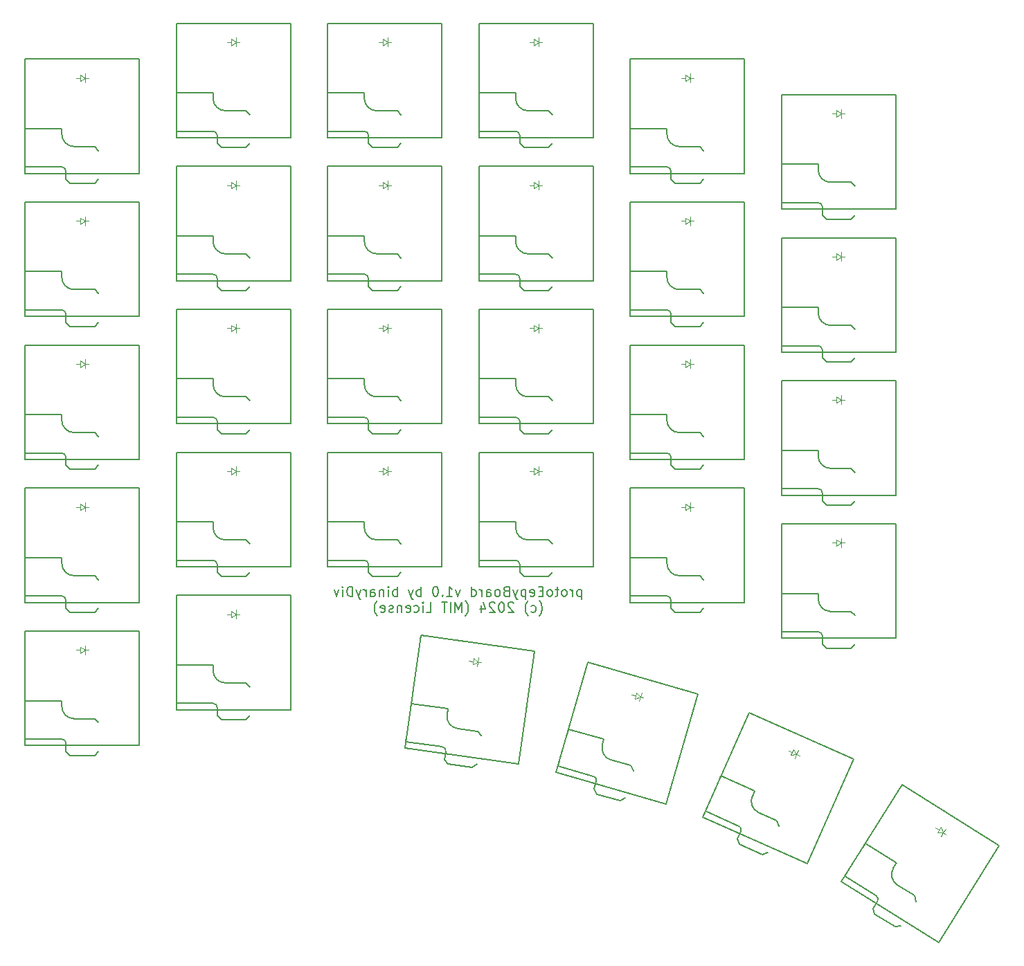
<source format=gbr>
%TF.GenerationSoftware,KiCad,Pcbnew,8.0.3*%
%TF.CreationDate,2024-06-13T00:20:47+02:00*%
%TF.ProjectId,protoeepyboard,70726f74-6f65-4657-9079-626f6172642e,1.0*%
%TF.SameCoordinates,Original*%
%TF.FileFunction,Legend,Bot*%
%TF.FilePolarity,Positive*%
%FSLAX46Y46*%
G04 Gerber Fmt 4.6, Leading zero omitted, Abs format (unit mm)*
G04 Created by KiCad (PCBNEW 8.0.3) date 2024-06-13 00:20:47*
%MOMM*%
%LPD*%
G01*
G04 APERTURE LIST*
%ADD10C,0.187500*%
%ADD11C,0.100000*%
%ADD12C,0.150000*%
G04 APERTURE END LIST*
D10*
X151057141Y-133847392D02*
X151057141Y-135047392D01*
X151057141Y-133904535D02*
X150942856Y-133847392D01*
X150942856Y-133847392D02*
X150714284Y-133847392D01*
X150714284Y-133847392D02*
X150599998Y-133904535D01*
X150599998Y-133904535D02*
X150542856Y-133961678D01*
X150542856Y-133961678D02*
X150485713Y-134075964D01*
X150485713Y-134075964D02*
X150485713Y-134418821D01*
X150485713Y-134418821D02*
X150542856Y-134533107D01*
X150542856Y-134533107D02*
X150599998Y-134590250D01*
X150599998Y-134590250D02*
X150714284Y-134647392D01*
X150714284Y-134647392D02*
X150942856Y-134647392D01*
X150942856Y-134647392D02*
X151057141Y-134590250D01*
X149971427Y-134647392D02*
X149971427Y-133847392D01*
X149971427Y-134075964D02*
X149914284Y-133961678D01*
X149914284Y-133961678D02*
X149857142Y-133904535D01*
X149857142Y-133904535D02*
X149742856Y-133847392D01*
X149742856Y-133847392D02*
X149628570Y-133847392D01*
X149057142Y-134647392D02*
X149171427Y-134590250D01*
X149171427Y-134590250D02*
X149228570Y-134533107D01*
X149228570Y-134533107D02*
X149285713Y-134418821D01*
X149285713Y-134418821D02*
X149285713Y-134075964D01*
X149285713Y-134075964D02*
X149228570Y-133961678D01*
X149228570Y-133961678D02*
X149171427Y-133904535D01*
X149171427Y-133904535D02*
X149057142Y-133847392D01*
X149057142Y-133847392D02*
X148885713Y-133847392D01*
X148885713Y-133847392D02*
X148771427Y-133904535D01*
X148771427Y-133904535D02*
X148714285Y-133961678D01*
X148714285Y-133961678D02*
X148657142Y-134075964D01*
X148657142Y-134075964D02*
X148657142Y-134418821D01*
X148657142Y-134418821D02*
X148714285Y-134533107D01*
X148714285Y-134533107D02*
X148771427Y-134590250D01*
X148771427Y-134590250D02*
X148885713Y-134647392D01*
X148885713Y-134647392D02*
X149057142Y-134647392D01*
X148314285Y-133847392D02*
X147857142Y-133847392D01*
X148142856Y-133447392D02*
X148142856Y-134475964D01*
X148142856Y-134475964D02*
X148085713Y-134590250D01*
X148085713Y-134590250D02*
X147971428Y-134647392D01*
X147971428Y-134647392D02*
X147857142Y-134647392D01*
X147285714Y-134647392D02*
X147399999Y-134590250D01*
X147399999Y-134590250D02*
X147457142Y-134533107D01*
X147457142Y-134533107D02*
X147514285Y-134418821D01*
X147514285Y-134418821D02*
X147514285Y-134075964D01*
X147514285Y-134075964D02*
X147457142Y-133961678D01*
X147457142Y-133961678D02*
X147399999Y-133904535D01*
X147399999Y-133904535D02*
X147285714Y-133847392D01*
X147285714Y-133847392D02*
X147114285Y-133847392D01*
X147114285Y-133847392D02*
X146999999Y-133904535D01*
X146999999Y-133904535D02*
X146942857Y-133961678D01*
X146942857Y-133961678D02*
X146885714Y-134075964D01*
X146885714Y-134075964D02*
X146885714Y-134418821D01*
X146885714Y-134418821D02*
X146942857Y-134533107D01*
X146942857Y-134533107D02*
X146999999Y-134590250D01*
X146999999Y-134590250D02*
X147114285Y-134647392D01*
X147114285Y-134647392D02*
X147285714Y-134647392D01*
X146371428Y-134018821D02*
X145971428Y-134018821D01*
X145800000Y-134647392D02*
X146371428Y-134647392D01*
X146371428Y-134647392D02*
X146371428Y-133447392D01*
X146371428Y-133447392D02*
X145800000Y-133447392D01*
X144828571Y-134590250D02*
X144942857Y-134647392D01*
X144942857Y-134647392D02*
X145171429Y-134647392D01*
X145171429Y-134647392D02*
X145285714Y-134590250D01*
X145285714Y-134590250D02*
X145342857Y-134475964D01*
X145342857Y-134475964D02*
X145342857Y-134018821D01*
X145342857Y-134018821D02*
X145285714Y-133904535D01*
X145285714Y-133904535D02*
X145171429Y-133847392D01*
X145171429Y-133847392D02*
X144942857Y-133847392D01*
X144942857Y-133847392D02*
X144828571Y-133904535D01*
X144828571Y-133904535D02*
X144771429Y-134018821D01*
X144771429Y-134018821D02*
X144771429Y-134133107D01*
X144771429Y-134133107D02*
X145342857Y-134247392D01*
X144257143Y-133847392D02*
X144257143Y-135047392D01*
X144257143Y-133904535D02*
X144142858Y-133847392D01*
X144142858Y-133847392D02*
X143914286Y-133847392D01*
X143914286Y-133847392D02*
X143800000Y-133904535D01*
X143800000Y-133904535D02*
X143742858Y-133961678D01*
X143742858Y-133961678D02*
X143685715Y-134075964D01*
X143685715Y-134075964D02*
X143685715Y-134418821D01*
X143685715Y-134418821D02*
X143742858Y-134533107D01*
X143742858Y-134533107D02*
X143800000Y-134590250D01*
X143800000Y-134590250D02*
X143914286Y-134647392D01*
X143914286Y-134647392D02*
X144142858Y-134647392D01*
X144142858Y-134647392D02*
X144257143Y-134590250D01*
X143285715Y-133847392D02*
X143000001Y-134647392D01*
X142714286Y-133847392D02*
X143000001Y-134647392D01*
X143000001Y-134647392D02*
X143114286Y-134933107D01*
X143114286Y-134933107D02*
X143171429Y-134990250D01*
X143171429Y-134990250D02*
X143285715Y-135047392D01*
X141857143Y-134018821D02*
X141685715Y-134075964D01*
X141685715Y-134075964D02*
X141628572Y-134133107D01*
X141628572Y-134133107D02*
X141571429Y-134247392D01*
X141571429Y-134247392D02*
X141571429Y-134418821D01*
X141571429Y-134418821D02*
X141628572Y-134533107D01*
X141628572Y-134533107D02*
X141685715Y-134590250D01*
X141685715Y-134590250D02*
X141800000Y-134647392D01*
X141800000Y-134647392D02*
X142257143Y-134647392D01*
X142257143Y-134647392D02*
X142257143Y-133447392D01*
X142257143Y-133447392D02*
X141857143Y-133447392D01*
X141857143Y-133447392D02*
X141742858Y-133504535D01*
X141742858Y-133504535D02*
X141685715Y-133561678D01*
X141685715Y-133561678D02*
X141628572Y-133675964D01*
X141628572Y-133675964D02*
X141628572Y-133790250D01*
X141628572Y-133790250D02*
X141685715Y-133904535D01*
X141685715Y-133904535D02*
X141742858Y-133961678D01*
X141742858Y-133961678D02*
X141857143Y-134018821D01*
X141857143Y-134018821D02*
X142257143Y-134018821D01*
X140885715Y-134647392D02*
X141000000Y-134590250D01*
X141000000Y-134590250D02*
X141057143Y-134533107D01*
X141057143Y-134533107D02*
X141114286Y-134418821D01*
X141114286Y-134418821D02*
X141114286Y-134075964D01*
X141114286Y-134075964D02*
X141057143Y-133961678D01*
X141057143Y-133961678D02*
X141000000Y-133904535D01*
X141000000Y-133904535D02*
X140885715Y-133847392D01*
X140885715Y-133847392D02*
X140714286Y-133847392D01*
X140714286Y-133847392D02*
X140600000Y-133904535D01*
X140600000Y-133904535D02*
X140542858Y-133961678D01*
X140542858Y-133961678D02*
X140485715Y-134075964D01*
X140485715Y-134075964D02*
X140485715Y-134418821D01*
X140485715Y-134418821D02*
X140542858Y-134533107D01*
X140542858Y-134533107D02*
X140600000Y-134590250D01*
X140600000Y-134590250D02*
X140714286Y-134647392D01*
X140714286Y-134647392D02*
X140885715Y-134647392D01*
X139457144Y-134647392D02*
X139457144Y-134018821D01*
X139457144Y-134018821D02*
X139514286Y-133904535D01*
X139514286Y-133904535D02*
X139628572Y-133847392D01*
X139628572Y-133847392D02*
X139857144Y-133847392D01*
X139857144Y-133847392D02*
X139971429Y-133904535D01*
X139457144Y-134590250D02*
X139571429Y-134647392D01*
X139571429Y-134647392D02*
X139857144Y-134647392D01*
X139857144Y-134647392D02*
X139971429Y-134590250D01*
X139971429Y-134590250D02*
X140028572Y-134475964D01*
X140028572Y-134475964D02*
X140028572Y-134361678D01*
X140028572Y-134361678D02*
X139971429Y-134247392D01*
X139971429Y-134247392D02*
X139857144Y-134190250D01*
X139857144Y-134190250D02*
X139571429Y-134190250D01*
X139571429Y-134190250D02*
X139457144Y-134133107D01*
X138885715Y-134647392D02*
X138885715Y-133847392D01*
X138885715Y-134075964D02*
X138828572Y-133961678D01*
X138828572Y-133961678D02*
X138771430Y-133904535D01*
X138771430Y-133904535D02*
X138657144Y-133847392D01*
X138657144Y-133847392D02*
X138542858Y-133847392D01*
X137628573Y-134647392D02*
X137628573Y-133447392D01*
X137628573Y-134590250D02*
X137742858Y-134647392D01*
X137742858Y-134647392D02*
X137971430Y-134647392D01*
X137971430Y-134647392D02*
X138085715Y-134590250D01*
X138085715Y-134590250D02*
X138142858Y-134533107D01*
X138142858Y-134533107D02*
X138200001Y-134418821D01*
X138200001Y-134418821D02*
X138200001Y-134075964D01*
X138200001Y-134075964D02*
X138142858Y-133961678D01*
X138142858Y-133961678D02*
X138085715Y-133904535D01*
X138085715Y-133904535D02*
X137971430Y-133847392D01*
X137971430Y-133847392D02*
X137742858Y-133847392D01*
X137742858Y-133847392D02*
X137628573Y-133904535D01*
X136257144Y-133847392D02*
X135971430Y-134647392D01*
X135971430Y-134647392D02*
X135685715Y-133847392D01*
X134600001Y-134647392D02*
X135285715Y-134647392D01*
X134942858Y-134647392D02*
X134942858Y-133447392D01*
X134942858Y-133447392D02*
X135057144Y-133618821D01*
X135057144Y-133618821D02*
X135171429Y-133733107D01*
X135171429Y-133733107D02*
X135285715Y-133790250D01*
X134085715Y-134533107D02*
X134028572Y-134590250D01*
X134028572Y-134590250D02*
X134085715Y-134647392D01*
X134085715Y-134647392D02*
X134142858Y-134590250D01*
X134142858Y-134590250D02*
X134085715Y-134533107D01*
X134085715Y-134533107D02*
X134085715Y-134647392D01*
X133285715Y-133447392D02*
X133171429Y-133447392D01*
X133171429Y-133447392D02*
X133057143Y-133504535D01*
X133057143Y-133504535D02*
X133000001Y-133561678D01*
X133000001Y-133561678D02*
X132942858Y-133675964D01*
X132942858Y-133675964D02*
X132885715Y-133904535D01*
X132885715Y-133904535D02*
X132885715Y-134190250D01*
X132885715Y-134190250D02*
X132942858Y-134418821D01*
X132942858Y-134418821D02*
X133000001Y-134533107D01*
X133000001Y-134533107D02*
X133057143Y-134590250D01*
X133057143Y-134590250D02*
X133171429Y-134647392D01*
X133171429Y-134647392D02*
X133285715Y-134647392D01*
X133285715Y-134647392D02*
X133400001Y-134590250D01*
X133400001Y-134590250D02*
X133457143Y-134533107D01*
X133457143Y-134533107D02*
X133514286Y-134418821D01*
X133514286Y-134418821D02*
X133571429Y-134190250D01*
X133571429Y-134190250D02*
X133571429Y-133904535D01*
X133571429Y-133904535D02*
X133514286Y-133675964D01*
X133514286Y-133675964D02*
X133457143Y-133561678D01*
X133457143Y-133561678D02*
X133400001Y-133504535D01*
X133400001Y-133504535D02*
X133285715Y-133447392D01*
X131457143Y-134647392D02*
X131457143Y-133447392D01*
X131457143Y-133904535D02*
X131342858Y-133847392D01*
X131342858Y-133847392D02*
X131114286Y-133847392D01*
X131114286Y-133847392D02*
X131000000Y-133904535D01*
X131000000Y-133904535D02*
X130942858Y-133961678D01*
X130942858Y-133961678D02*
X130885715Y-134075964D01*
X130885715Y-134075964D02*
X130885715Y-134418821D01*
X130885715Y-134418821D02*
X130942858Y-134533107D01*
X130942858Y-134533107D02*
X131000000Y-134590250D01*
X131000000Y-134590250D02*
X131114286Y-134647392D01*
X131114286Y-134647392D02*
X131342858Y-134647392D01*
X131342858Y-134647392D02*
X131457143Y-134590250D01*
X130485715Y-133847392D02*
X130200001Y-134647392D01*
X129914286Y-133847392D02*
X130200001Y-134647392D01*
X130200001Y-134647392D02*
X130314286Y-134933107D01*
X130314286Y-134933107D02*
X130371429Y-134990250D01*
X130371429Y-134990250D02*
X130485715Y-135047392D01*
X128542857Y-134647392D02*
X128542857Y-133447392D01*
X128542857Y-133904535D02*
X128428572Y-133847392D01*
X128428572Y-133847392D02*
X128200000Y-133847392D01*
X128200000Y-133847392D02*
X128085714Y-133904535D01*
X128085714Y-133904535D02*
X128028572Y-133961678D01*
X128028572Y-133961678D02*
X127971429Y-134075964D01*
X127971429Y-134075964D02*
X127971429Y-134418821D01*
X127971429Y-134418821D02*
X128028572Y-134533107D01*
X128028572Y-134533107D02*
X128085714Y-134590250D01*
X128085714Y-134590250D02*
X128200000Y-134647392D01*
X128200000Y-134647392D02*
X128428572Y-134647392D01*
X128428572Y-134647392D02*
X128542857Y-134590250D01*
X127457143Y-134647392D02*
X127457143Y-133847392D01*
X127457143Y-133447392D02*
X127514286Y-133504535D01*
X127514286Y-133504535D02*
X127457143Y-133561678D01*
X127457143Y-133561678D02*
X127400000Y-133504535D01*
X127400000Y-133504535D02*
X127457143Y-133447392D01*
X127457143Y-133447392D02*
X127457143Y-133561678D01*
X126885714Y-133847392D02*
X126885714Y-134647392D01*
X126885714Y-133961678D02*
X126828571Y-133904535D01*
X126828571Y-133904535D02*
X126714286Y-133847392D01*
X126714286Y-133847392D02*
X126542857Y-133847392D01*
X126542857Y-133847392D02*
X126428571Y-133904535D01*
X126428571Y-133904535D02*
X126371429Y-134018821D01*
X126371429Y-134018821D02*
X126371429Y-134647392D01*
X125285715Y-134647392D02*
X125285715Y-134018821D01*
X125285715Y-134018821D02*
X125342857Y-133904535D01*
X125342857Y-133904535D02*
X125457143Y-133847392D01*
X125457143Y-133847392D02*
X125685715Y-133847392D01*
X125685715Y-133847392D02*
X125800000Y-133904535D01*
X125285715Y-134590250D02*
X125400000Y-134647392D01*
X125400000Y-134647392D02*
X125685715Y-134647392D01*
X125685715Y-134647392D02*
X125800000Y-134590250D01*
X125800000Y-134590250D02*
X125857143Y-134475964D01*
X125857143Y-134475964D02*
X125857143Y-134361678D01*
X125857143Y-134361678D02*
X125800000Y-134247392D01*
X125800000Y-134247392D02*
X125685715Y-134190250D01*
X125685715Y-134190250D02*
X125400000Y-134190250D01*
X125400000Y-134190250D02*
X125285715Y-134133107D01*
X124714286Y-134647392D02*
X124714286Y-133847392D01*
X124714286Y-134075964D02*
X124657143Y-133961678D01*
X124657143Y-133961678D02*
X124600001Y-133904535D01*
X124600001Y-133904535D02*
X124485715Y-133847392D01*
X124485715Y-133847392D02*
X124371429Y-133847392D01*
X124085715Y-133847392D02*
X123800001Y-134647392D01*
X123514286Y-133847392D02*
X123800001Y-134647392D01*
X123800001Y-134647392D02*
X123914286Y-134933107D01*
X123914286Y-134933107D02*
X123971429Y-134990250D01*
X123971429Y-134990250D02*
X124085715Y-135047392D01*
X123057143Y-134647392D02*
X123057143Y-133447392D01*
X123057143Y-133447392D02*
X122771429Y-133447392D01*
X122771429Y-133447392D02*
X122600000Y-133504535D01*
X122600000Y-133504535D02*
X122485715Y-133618821D01*
X122485715Y-133618821D02*
X122428572Y-133733107D01*
X122428572Y-133733107D02*
X122371429Y-133961678D01*
X122371429Y-133961678D02*
X122371429Y-134133107D01*
X122371429Y-134133107D02*
X122428572Y-134361678D01*
X122428572Y-134361678D02*
X122485715Y-134475964D01*
X122485715Y-134475964D02*
X122600000Y-134590250D01*
X122600000Y-134590250D02*
X122771429Y-134647392D01*
X122771429Y-134647392D02*
X123057143Y-134647392D01*
X121857143Y-134647392D02*
X121857143Y-133847392D01*
X121857143Y-133447392D02*
X121914286Y-133504535D01*
X121914286Y-133504535D02*
X121857143Y-133561678D01*
X121857143Y-133561678D02*
X121800000Y-133504535D01*
X121800000Y-133504535D02*
X121857143Y-133447392D01*
X121857143Y-133447392D02*
X121857143Y-133561678D01*
X121400000Y-133847392D02*
X121114286Y-134647392D01*
X121114286Y-134647392D02*
X120828571Y-133847392D01*
X145914285Y-137036468D02*
X145971428Y-136979325D01*
X145971428Y-136979325D02*
X146085714Y-136807897D01*
X146085714Y-136807897D02*
X146142857Y-136693611D01*
X146142857Y-136693611D02*
X146199999Y-136522183D01*
X146199999Y-136522183D02*
X146257142Y-136236468D01*
X146257142Y-136236468D02*
X146257142Y-136007897D01*
X146257142Y-136007897D02*
X146199999Y-135722183D01*
X146199999Y-135722183D02*
X146142857Y-135550754D01*
X146142857Y-135550754D02*
X146085714Y-135436468D01*
X146085714Y-135436468D02*
X145971428Y-135265040D01*
X145971428Y-135265040D02*
X145914285Y-135207897D01*
X144942857Y-136522183D02*
X145057142Y-136579325D01*
X145057142Y-136579325D02*
X145285714Y-136579325D01*
X145285714Y-136579325D02*
X145399999Y-136522183D01*
X145399999Y-136522183D02*
X145457142Y-136465040D01*
X145457142Y-136465040D02*
X145514285Y-136350754D01*
X145514285Y-136350754D02*
X145514285Y-136007897D01*
X145514285Y-136007897D02*
X145457142Y-135893611D01*
X145457142Y-135893611D02*
X145399999Y-135836468D01*
X145399999Y-135836468D02*
X145285714Y-135779325D01*
X145285714Y-135779325D02*
X145057142Y-135779325D01*
X145057142Y-135779325D02*
X144942857Y-135836468D01*
X144542857Y-137036468D02*
X144485714Y-136979325D01*
X144485714Y-136979325D02*
X144371428Y-136807897D01*
X144371428Y-136807897D02*
X144314286Y-136693611D01*
X144314286Y-136693611D02*
X144257143Y-136522183D01*
X144257143Y-136522183D02*
X144200000Y-136236468D01*
X144200000Y-136236468D02*
X144200000Y-136007897D01*
X144200000Y-136007897D02*
X144257143Y-135722183D01*
X144257143Y-135722183D02*
X144314286Y-135550754D01*
X144314286Y-135550754D02*
X144371428Y-135436468D01*
X144371428Y-135436468D02*
X144485714Y-135265040D01*
X144485714Y-135265040D02*
X144542857Y-135207897D01*
X142771428Y-135493611D02*
X142714285Y-135436468D01*
X142714285Y-135436468D02*
X142600000Y-135379325D01*
X142600000Y-135379325D02*
X142314285Y-135379325D01*
X142314285Y-135379325D02*
X142200000Y-135436468D01*
X142200000Y-135436468D02*
X142142857Y-135493611D01*
X142142857Y-135493611D02*
X142085714Y-135607897D01*
X142085714Y-135607897D02*
X142085714Y-135722183D01*
X142085714Y-135722183D02*
X142142857Y-135893611D01*
X142142857Y-135893611D02*
X142828571Y-136579325D01*
X142828571Y-136579325D02*
X142085714Y-136579325D01*
X141342857Y-135379325D02*
X141228571Y-135379325D01*
X141228571Y-135379325D02*
X141114285Y-135436468D01*
X141114285Y-135436468D02*
X141057143Y-135493611D01*
X141057143Y-135493611D02*
X141000000Y-135607897D01*
X141000000Y-135607897D02*
X140942857Y-135836468D01*
X140942857Y-135836468D02*
X140942857Y-136122183D01*
X140942857Y-136122183D02*
X141000000Y-136350754D01*
X141000000Y-136350754D02*
X141057143Y-136465040D01*
X141057143Y-136465040D02*
X141114285Y-136522183D01*
X141114285Y-136522183D02*
X141228571Y-136579325D01*
X141228571Y-136579325D02*
X141342857Y-136579325D01*
X141342857Y-136579325D02*
X141457143Y-136522183D01*
X141457143Y-136522183D02*
X141514285Y-136465040D01*
X141514285Y-136465040D02*
X141571428Y-136350754D01*
X141571428Y-136350754D02*
X141628571Y-136122183D01*
X141628571Y-136122183D02*
X141628571Y-135836468D01*
X141628571Y-135836468D02*
X141571428Y-135607897D01*
X141571428Y-135607897D02*
X141514285Y-135493611D01*
X141514285Y-135493611D02*
X141457143Y-135436468D01*
X141457143Y-135436468D02*
X141342857Y-135379325D01*
X140485714Y-135493611D02*
X140428571Y-135436468D01*
X140428571Y-135436468D02*
X140314286Y-135379325D01*
X140314286Y-135379325D02*
X140028571Y-135379325D01*
X140028571Y-135379325D02*
X139914286Y-135436468D01*
X139914286Y-135436468D02*
X139857143Y-135493611D01*
X139857143Y-135493611D02*
X139800000Y-135607897D01*
X139800000Y-135607897D02*
X139800000Y-135722183D01*
X139800000Y-135722183D02*
X139857143Y-135893611D01*
X139857143Y-135893611D02*
X140542857Y-136579325D01*
X140542857Y-136579325D02*
X139800000Y-136579325D01*
X138771429Y-135779325D02*
X138771429Y-136579325D01*
X139057143Y-135322183D02*
X139342857Y-136179325D01*
X139342857Y-136179325D02*
X138600000Y-136179325D01*
X136885714Y-137036468D02*
X136942857Y-136979325D01*
X136942857Y-136979325D02*
X137057143Y-136807897D01*
X137057143Y-136807897D02*
X137114286Y-136693611D01*
X137114286Y-136693611D02*
X137171428Y-136522183D01*
X137171428Y-136522183D02*
X137228571Y-136236468D01*
X137228571Y-136236468D02*
X137228571Y-136007897D01*
X137228571Y-136007897D02*
X137171428Y-135722183D01*
X137171428Y-135722183D02*
X137114286Y-135550754D01*
X137114286Y-135550754D02*
X137057143Y-135436468D01*
X137057143Y-135436468D02*
X136942857Y-135265040D01*
X136942857Y-135265040D02*
X136885714Y-135207897D01*
X136428571Y-136579325D02*
X136428571Y-135379325D01*
X136428571Y-135379325D02*
X136028571Y-136236468D01*
X136028571Y-136236468D02*
X135628571Y-135379325D01*
X135628571Y-135379325D02*
X135628571Y-136579325D01*
X135057142Y-136579325D02*
X135057142Y-135379325D01*
X134657142Y-135379325D02*
X133971428Y-135379325D01*
X134314285Y-136579325D02*
X134314285Y-135379325D01*
X132085713Y-136579325D02*
X132657141Y-136579325D01*
X132657141Y-136579325D02*
X132657141Y-135379325D01*
X131685712Y-136579325D02*
X131685712Y-135779325D01*
X131685712Y-135379325D02*
X131742855Y-135436468D01*
X131742855Y-135436468D02*
X131685712Y-135493611D01*
X131685712Y-135493611D02*
X131628569Y-135436468D01*
X131628569Y-135436468D02*
X131685712Y-135379325D01*
X131685712Y-135379325D02*
X131685712Y-135493611D01*
X130599998Y-136522183D02*
X130714283Y-136579325D01*
X130714283Y-136579325D02*
X130942855Y-136579325D01*
X130942855Y-136579325D02*
X131057140Y-136522183D01*
X131057140Y-136522183D02*
X131114283Y-136465040D01*
X131114283Y-136465040D02*
X131171426Y-136350754D01*
X131171426Y-136350754D02*
X131171426Y-136007897D01*
X131171426Y-136007897D02*
X131114283Y-135893611D01*
X131114283Y-135893611D02*
X131057140Y-135836468D01*
X131057140Y-135836468D02*
X130942855Y-135779325D01*
X130942855Y-135779325D02*
X130714283Y-135779325D01*
X130714283Y-135779325D02*
X130599998Y-135836468D01*
X129628569Y-136522183D02*
X129742855Y-136579325D01*
X129742855Y-136579325D02*
X129971427Y-136579325D01*
X129971427Y-136579325D02*
X130085712Y-136522183D01*
X130085712Y-136522183D02*
X130142855Y-136407897D01*
X130142855Y-136407897D02*
X130142855Y-135950754D01*
X130142855Y-135950754D02*
X130085712Y-135836468D01*
X130085712Y-135836468D02*
X129971427Y-135779325D01*
X129971427Y-135779325D02*
X129742855Y-135779325D01*
X129742855Y-135779325D02*
X129628569Y-135836468D01*
X129628569Y-135836468D02*
X129571427Y-135950754D01*
X129571427Y-135950754D02*
X129571427Y-136065040D01*
X129571427Y-136065040D02*
X130142855Y-136179325D01*
X129057141Y-135779325D02*
X129057141Y-136579325D01*
X129057141Y-135893611D02*
X128999998Y-135836468D01*
X128999998Y-135836468D02*
X128885713Y-135779325D01*
X128885713Y-135779325D02*
X128714284Y-135779325D01*
X128714284Y-135779325D02*
X128599998Y-135836468D01*
X128599998Y-135836468D02*
X128542856Y-135950754D01*
X128542856Y-135950754D02*
X128542856Y-136579325D01*
X128028570Y-136522183D02*
X127914284Y-136579325D01*
X127914284Y-136579325D02*
X127685713Y-136579325D01*
X127685713Y-136579325D02*
X127571427Y-136522183D01*
X127571427Y-136522183D02*
X127514284Y-136407897D01*
X127514284Y-136407897D02*
X127514284Y-136350754D01*
X127514284Y-136350754D02*
X127571427Y-136236468D01*
X127571427Y-136236468D02*
X127685713Y-136179325D01*
X127685713Y-136179325D02*
X127857142Y-136179325D01*
X127857142Y-136179325D02*
X127971427Y-136122183D01*
X127971427Y-136122183D02*
X128028570Y-136007897D01*
X128028570Y-136007897D02*
X128028570Y-135950754D01*
X128028570Y-135950754D02*
X127971427Y-135836468D01*
X127971427Y-135836468D02*
X127857142Y-135779325D01*
X127857142Y-135779325D02*
X127685713Y-135779325D01*
X127685713Y-135779325D02*
X127571427Y-135836468D01*
X126542855Y-136522183D02*
X126657141Y-136579325D01*
X126657141Y-136579325D02*
X126885713Y-136579325D01*
X126885713Y-136579325D02*
X126999998Y-136522183D01*
X126999998Y-136522183D02*
X127057141Y-136407897D01*
X127057141Y-136407897D02*
X127057141Y-135950754D01*
X127057141Y-135950754D02*
X126999998Y-135836468D01*
X126999998Y-135836468D02*
X126885713Y-135779325D01*
X126885713Y-135779325D02*
X126657141Y-135779325D01*
X126657141Y-135779325D02*
X126542855Y-135836468D01*
X126542855Y-135836468D02*
X126485713Y-135950754D01*
X126485713Y-135950754D02*
X126485713Y-136065040D01*
X126485713Y-136065040D02*
X127057141Y-136179325D01*
X126085713Y-137036468D02*
X126028570Y-136979325D01*
X126028570Y-136979325D02*
X125914284Y-136807897D01*
X125914284Y-136807897D02*
X125857142Y-136693611D01*
X125857142Y-136693611D02*
X125799999Y-136522183D01*
X125799999Y-136522183D02*
X125742856Y-136236468D01*
X125742856Y-136236468D02*
X125742856Y-136007897D01*
X125742856Y-136007897D02*
X125799999Y-135722183D01*
X125799999Y-135722183D02*
X125857142Y-135550754D01*
X125857142Y-135550754D02*
X125914284Y-135436468D01*
X125914284Y-135436468D02*
X126028570Y-135265040D01*
X126028570Y-135265040D02*
X126085713Y-135207897D01*
D11*
%TO.C,D23*%
X182275480Y-127690167D02*
X182875480Y-128090167D01*
X182275480Y-128090167D02*
X181775480Y-128090167D01*
X182275478Y-128490166D02*
X182275480Y-127690167D01*
X182875480Y-128090167D02*
X182275478Y-128490166D01*
X182875480Y-128090167D02*
X182875479Y-127540167D01*
X182875480Y-128090167D02*
X182875480Y-128640167D01*
X183275480Y-128090167D02*
X182875480Y-128090167D01*
%TO.C,D19*%
X163775484Y-123315163D02*
X164375484Y-123715163D01*
X163775484Y-123715163D02*
X163275484Y-123715163D01*
X163775482Y-124115162D02*
X163775484Y-123315163D01*
X164375484Y-123715163D02*
X163775482Y-124115162D01*
X164375484Y-123715163D02*
X164375483Y-123165163D01*
X164375484Y-123715163D02*
X164375484Y-124265163D01*
X164775484Y-123715163D02*
X164375484Y-123715163D01*
D12*
%TO.C,S24*%
X181525484Y-118990165D02*
G75*
G02*
X180025484Y-117490166I0J1500000D01*
G01*
X180025484Y-121490165D02*
G75*
G02*
X180525484Y-121990165I0J-500000D01*
G01*
X189525484Y-122290165D02*
X175525484Y-122290165D01*
X189525484Y-108290165D02*
X189525484Y-122290165D01*
X184525484Y-122990165D02*
X184025484Y-123490168D01*
X184525484Y-119490165D02*
X184025484Y-118990165D01*
X184025484Y-123490168D02*
X181025484Y-123490165D01*
X184025484Y-118990165D02*
X181525484Y-118990165D01*
X181025484Y-123490165D02*
X180525484Y-122990165D01*
X180525484Y-121990165D02*
X180525484Y-122990165D01*
X180025484Y-117490166D02*
X180025484Y-116790165D01*
X180025484Y-116790165D02*
X175525485Y-116790167D01*
X175525484Y-122290165D02*
X175525484Y-108290165D01*
X175525484Y-121490165D02*
X180025484Y-121490165D01*
X175525484Y-120890165D02*
X175525484Y-121490165D01*
X175525485Y-116790167D02*
X175525484Y-117290165D01*
X175525484Y-108290165D02*
X189525484Y-108290165D01*
%TO.C,S13*%
X126025479Y-92740168D02*
G75*
G02*
X124525479Y-91240169I0J1500000D01*
G01*
X124525479Y-95240168D02*
G75*
G02*
X125025479Y-95740168I0J-500000D01*
G01*
X134025479Y-96040168D02*
X120025479Y-96040168D01*
X134025479Y-82040168D02*
X134025479Y-96040168D01*
X129025479Y-96740168D02*
X128525479Y-97240171D01*
X129025479Y-93240168D02*
X128525479Y-92740168D01*
X128525479Y-97240171D02*
X125525479Y-97240168D01*
X128525479Y-92740168D02*
X126025479Y-92740168D01*
X125525479Y-97240168D02*
X125025479Y-96740168D01*
X125025479Y-95740168D02*
X125025479Y-96740168D01*
X124525479Y-91240169D02*
X124525479Y-90540168D01*
X124525479Y-90540168D02*
X120025480Y-90540170D01*
X120025479Y-96040168D02*
X120025479Y-82040168D01*
X120025479Y-95240168D02*
X124525479Y-95240168D01*
X120025479Y-94640168D02*
X120025479Y-95240168D01*
X120025480Y-90540170D02*
X120025479Y-91040168D01*
X120025479Y-82040168D02*
X134025479Y-82040168D01*
D11*
%TO.C,D21*%
X163775480Y-88315166D02*
X164375480Y-88715166D01*
X163775480Y-88715166D02*
X163275480Y-88715166D01*
X163775478Y-89115165D02*
X163775480Y-88315166D01*
X164375480Y-88715166D02*
X163775478Y-89115165D01*
X164375480Y-88715166D02*
X164375479Y-88165166D01*
X164375480Y-88715166D02*
X164375480Y-89265166D01*
X164775480Y-88715166D02*
X164375480Y-88715166D01*
D12*
%TO.C,S26*%
X181525483Y-83990161D02*
G75*
G02*
X180025483Y-82490162I0J1500000D01*
G01*
X180025483Y-86490161D02*
G75*
G02*
X180525483Y-86990161I0J-500000D01*
G01*
X189525483Y-87290161D02*
X175525483Y-87290161D01*
X189525483Y-73290161D02*
X189525483Y-87290161D01*
X184525483Y-87990161D02*
X184025483Y-88490164D01*
X184525483Y-84490161D02*
X184025483Y-83990161D01*
X184025483Y-88490164D02*
X181025483Y-88490161D01*
X184025483Y-83990161D02*
X181525483Y-83990161D01*
X181025483Y-88490161D02*
X180525483Y-87990161D01*
X180525483Y-86990161D02*
X180525483Y-87990161D01*
X180025483Y-82490162D02*
X180025483Y-81790161D01*
X180025483Y-81790161D02*
X175525484Y-81790163D01*
X175525483Y-87290161D02*
X175525483Y-73290161D01*
X175525483Y-86490161D02*
X180025483Y-86490161D01*
X175525483Y-85890161D02*
X175525483Y-86490161D01*
X175525484Y-81790163D02*
X175525483Y-82290161D01*
X175525483Y-73290161D02*
X189525483Y-73290161D01*
%TO.C,S14*%
X126025485Y-75240169D02*
G75*
G02*
X124525485Y-73740170I0J1500000D01*
G01*
X124525485Y-77740169D02*
G75*
G02*
X125025485Y-78240169I0J-500000D01*
G01*
X134025485Y-78540169D02*
X120025485Y-78540169D01*
X134025485Y-64540169D02*
X134025485Y-78540169D01*
X129025485Y-79240169D02*
X128525485Y-79740172D01*
X129025485Y-75740169D02*
X128525485Y-75240169D01*
X128525485Y-79740172D02*
X125525485Y-79740169D01*
X128525485Y-75240169D02*
X126025485Y-75240169D01*
X125525485Y-79740169D02*
X125025485Y-79240169D01*
X125025485Y-78240169D02*
X125025485Y-79240169D01*
X124525485Y-73740170D02*
X124525485Y-73040169D01*
X124525485Y-73040169D02*
X120025486Y-73040171D01*
X120025485Y-78540169D02*
X120025485Y-64540169D01*
X120025485Y-77740169D02*
X124525485Y-77740169D01*
X120025485Y-77140169D02*
X120025485Y-77740169D01*
X120025486Y-73040171D02*
X120025485Y-73540169D01*
X120025485Y-64540169D02*
X134025485Y-64540169D01*
%TO.C,S17*%
X144525478Y-92740166D02*
G75*
G02*
X143025478Y-91240167I0J1500000D01*
G01*
X143025478Y-95240166D02*
G75*
G02*
X143525478Y-95740166I0J-500000D01*
G01*
X152525478Y-96040166D02*
X138525478Y-96040166D01*
X152525478Y-82040166D02*
X152525478Y-96040166D01*
X147525478Y-96740166D02*
X147025478Y-97240169D01*
X147525478Y-93240166D02*
X147025478Y-92740166D01*
X147025478Y-97240169D02*
X144025478Y-97240166D01*
X147025478Y-92740166D02*
X144525478Y-92740166D01*
X144025478Y-97240166D02*
X143525478Y-96740166D01*
X143525478Y-95740166D02*
X143525478Y-96740166D01*
X143025478Y-91240167D02*
X143025478Y-90540166D01*
X143025478Y-90540166D02*
X138525479Y-90540168D01*
X138525478Y-96040166D02*
X138525478Y-82040166D01*
X138525478Y-95240166D02*
X143025478Y-95240166D01*
X138525478Y-94640166D02*
X138525478Y-95240166D01*
X138525479Y-90540168D02*
X138525478Y-91040166D01*
X138525478Y-82040166D02*
X152525478Y-82040166D01*
D11*
%TO.C,D11*%
X126775487Y-118940168D02*
X127375487Y-119340168D01*
X126775487Y-119340168D02*
X126275487Y-119340168D01*
X126775485Y-119740167D02*
X126775487Y-118940168D01*
X127375487Y-119340168D02*
X126775485Y-119740167D01*
X127375487Y-119340168D02*
X127375486Y-118790168D01*
X127375487Y-119340168D02*
X127375487Y-119890168D01*
X127775487Y-119340168D02*
X127375487Y-119340168D01*
%TO.C,D3*%
X89775480Y-105815168D02*
X90375480Y-106215168D01*
X89775480Y-106215168D02*
X89275480Y-106215168D01*
X89775478Y-106615167D02*
X89775480Y-105815168D01*
X90375480Y-106215168D02*
X89775478Y-106615167D01*
X90375480Y-106215168D02*
X90375479Y-105665168D01*
X90375480Y-106215168D02*
X90375480Y-106765168D01*
X90775480Y-106215168D02*
X90375480Y-106215168D01*
%TO.C,D15*%
X145275483Y-118940166D02*
X145875483Y-119340166D01*
X145275483Y-119340166D02*
X144775483Y-119340166D01*
X145275481Y-119740165D02*
X145275483Y-118940166D01*
X145875483Y-119340166D02*
X145275481Y-119740165D01*
X145875483Y-119340166D02*
X145875482Y-118790166D01*
X145875483Y-119340166D02*
X145875483Y-119890166D01*
X146275483Y-119340166D02*
X145875483Y-119340166D01*
%TO.C,D1*%
X89775486Y-140815163D02*
X90375486Y-141215163D01*
X89775486Y-141215163D02*
X89275486Y-141215163D01*
X89775484Y-141615162D02*
X89775486Y-140815163D01*
X90375486Y-141215163D02*
X89775484Y-141615162D01*
X90375486Y-141215163D02*
X90375485Y-140665163D01*
X90375486Y-141215163D02*
X90375486Y-141765163D01*
X90775486Y-141215163D02*
X90375486Y-141215163D01*
%TO.C,D5*%
X89775478Y-70815165D02*
X90375478Y-71215165D01*
X89775478Y-71215165D02*
X89275478Y-71215165D01*
X89775476Y-71615164D02*
X89775478Y-70815165D01*
X90375478Y-71215165D02*
X89775476Y-71615164D01*
X90375478Y-71215165D02*
X90375477Y-70665165D01*
X90375478Y-71215165D02*
X90375478Y-71765165D01*
X90775478Y-71215165D02*
X90375478Y-71215165D01*
%TO.C,D17*%
X145275482Y-83940166D02*
X145875482Y-84340166D01*
X145275482Y-84340166D02*
X144775482Y-84340166D01*
X145275480Y-84740165D02*
X145275482Y-83940166D01*
X145875482Y-84340166D02*
X145275480Y-84740165D01*
X145875482Y-84340166D02*
X145875481Y-83790166D01*
X145875482Y-84340166D02*
X145875482Y-84890166D01*
X146275482Y-84340166D02*
X145875482Y-84340166D01*
D12*
%TO.C,S20*%
X163025480Y-114615163D02*
G75*
G02*
X161525480Y-113115164I0J1500000D01*
G01*
X161525480Y-117115163D02*
G75*
G02*
X162025480Y-117615163I0J-500000D01*
G01*
X171025480Y-117915163D02*
X157025480Y-117915163D01*
X171025480Y-103915163D02*
X171025480Y-117915163D01*
X166025480Y-118615163D02*
X165525480Y-119115166D01*
X166025480Y-115115163D02*
X165525480Y-114615163D01*
X165525480Y-119115166D02*
X162525480Y-119115163D01*
X165525480Y-114615163D02*
X163025480Y-114615163D01*
X162525480Y-119115163D02*
X162025480Y-118615163D01*
X162025480Y-117615163D02*
X162025480Y-118615163D01*
X161525480Y-113115164D02*
X161525480Y-112415163D01*
X161525480Y-112415163D02*
X157025481Y-112415165D01*
X157025480Y-117915163D02*
X157025480Y-103915163D01*
X157025480Y-117115163D02*
X161525480Y-117115163D01*
X157025480Y-116515163D02*
X157025480Y-117115163D01*
X157025481Y-112415165D02*
X157025480Y-112915163D01*
X157025480Y-103915163D02*
X171025480Y-103915163D01*
D11*
%TO.C,D24*%
X182275481Y-110190164D02*
X182875481Y-110590164D01*
X182275481Y-110590164D02*
X181775481Y-110590164D01*
X182275479Y-110990163D02*
X182275481Y-110190164D01*
X182875481Y-110590164D02*
X182275479Y-110990163D01*
X182875481Y-110590164D02*
X182875480Y-110040164D01*
X182875481Y-110590164D02*
X182875481Y-111140164D01*
X183275481Y-110590164D02*
X182875481Y-110590164D01*
D12*
%TO.C,S23*%
X181525484Y-136490170D02*
G75*
G02*
X180025484Y-134990171I0J1500000D01*
G01*
X180025484Y-138990170D02*
G75*
G02*
X180525484Y-139490170I0J-500000D01*
G01*
X189525484Y-139790170D02*
X175525484Y-139790170D01*
X189525484Y-125790170D02*
X189525484Y-139790170D01*
X184525484Y-140490170D02*
X184025484Y-140990173D01*
X184525484Y-136990170D02*
X184025484Y-136490170D01*
X184025484Y-140990173D02*
X181025484Y-140990170D01*
X184025484Y-136490170D02*
X181525484Y-136490170D01*
X181025484Y-140990170D02*
X180525484Y-140490170D01*
X180525484Y-139490170D02*
X180525484Y-140490170D01*
X180025484Y-134990171D02*
X180025484Y-134290170D01*
X180025484Y-134290170D02*
X175525485Y-134290172D01*
X175525484Y-139790170D02*
X175525484Y-125790170D01*
X175525484Y-138990170D02*
X180025484Y-138990170D01*
X175525484Y-138390170D02*
X175525484Y-138990170D01*
X175525485Y-134290172D02*
X175525484Y-134790170D01*
X175525484Y-125790170D02*
X189525484Y-125790170D01*
D11*
%TO.C,D4*%
X89775480Y-88315167D02*
X90375480Y-88715167D01*
X89775480Y-88715167D02*
X89275480Y-88715167D01*
X89775478Y-89115166D02*
X89775480Y-88315167D01*
X90375480Y-88715167D02*
X89775478Y-89115166D01*
X90375480Y-88715167D02*
X90375479Y-88165167D01*
X90375480Y-88715167D02*
X90375480Y-89265167D01*
X90775480Y-88715167D02*
X90375480Y-88715167D01*
D12*
%TO.C,S25*%
X181525483Y-101490165D02*
G75*
G02*
X180025483Y-99990166I0J1500000D01*
G01*
X180025483Y-103990165D02*
G75*
G02*
X180525483Y-104490165I0J-500000D01*
G01*
X189525483Y-104790165D02*
X175525483Y-104790165D01*
X189525483Y-90790165D02*
X189525483Y-104790165D01*
X184525483Y-105490165D02*
X184025483Y-105990168D01*
X184525483Y-101990165D02*
X184025483Y-101490165D01*
X184025483Y-105990168D02*
X181025483Y-105990165D01*
X184025483Y-101490165D02*
X181525483Y-101490165D01*
X181025483Y-105990165D02*
X180525483Y-105490165D01*
X180525483Y-104490165D02*
X180525483Y-105490165D01*
X180025483Y-99990166D02*
X180025483Y-99290165D01*
X180025483Y-99290165D02*
X175525484Y-99290167D01*
X175525483Y-104790165D02*
X175525483Y-90790165D01*
X175525483Y-103990165D02*
X180025483Y-103990165D01*
X175525483Y-103390165D02*
X175525483Y-103990165D01*
X175525484Y-99290167D02*
X175525483Y-99790165D01*
X175525483Y-90790165D02*
X189525483Y-90790165D01*
D11*
%TO.C,D8*%
X108275484Y-101440164D02*
X108875484Y-101840164D01*
X108275484Y-101840164D02*
X107775484Y-101840164D01*
X108275482Y-102240163D02*
X108275484Y-101440164D01*
X108875484Y-101840164D02*
X108275482Y-102240163D01*
X108875484Y-101840164D02*
X108875483Y-101290164D01*
X108875484Y-101840164D02*
X108875484Y-102390164D01*
X109275484Y-101840164D02*
X108875484Y-101840164D01*
D12*
%TO.C,S18*%
X144525484Y-75240161D02*
G75*
G02*
X143025484Y-73740162I0J1500000D01*
G01*
X143025484Y-77740161D02*
G75*
G02*
X143525484Y-78240161I0J-500000D01*
G01*
X152525484Y-78540161D02*
X138525484Y-78540161D01*
X152525484Y-64540161D02*
X152525484Y-78540161D01*
X147525484Y-79240161D02*
X147025484Y-79740164D01*
X147525484Y-75740161D02*
X147025484Y-75240161D01*
X147025484Y-79740164D02*
X144025484Y-79740161D01*
X147025484Y-75240161D02*
X144525484Y-75240161D01*
X144025484Y-79740161D02*
X143525484Y-79240161D01*
X143525484Y-78240161D02*
X143525484Y-79240161D01*
X143025484Y-73740162D02*
X143025484Y-73040161D01*
X143025484Y-73040161D02*
X138525485Y-73040163D01*
X138525484Y-78540161D02*
X138525484Y-64540161D01*
X138525484Y-77740161D02*
X143025484Y-77740161D01*
X138525484Y-77140161D02*
X138525484Y-77740161D01*
X138525485Y-73040163D02*
X138525484Y-73540161D01*
X138525484Y-64540161D02*
X152525484Y-64540161D01*
D11*
%TO.C,D26*%
X182275481Y-75190168D02*
X182875481Y-75590168D01*
X182275481Y-75590168D02*
X181775481Y-75590168D01*
X182275479Y-75990167D02*
X182275481Y-75190168D01*
X182875481Y-75590168D02*
X182275479Y-75990167D01*
X182875481Y-75590168D02*
X182875480Y-75040168D01*
X182875481Y-75590168D02*
X182875481Y-76140168D01*
X183275481Y-75590168D02*
X182875481Y-75590168D01*
%TO.C,D13*%
X126775484Y-83940164D02*
X127375484Y-84340164D01*
X126775484Y-84340164D02*
X126275484Y-84340164D01*
X126775482Y-84740163D02*
X126775484Y-83940164D01*
X127375484Y-84340164D02*
X126775482Y-84740163D01*
X127375484Y-84340164D02*
X127375483Y-83790164D01*
X127375484Y-84340164D02*
X127375484Y-84890164D01*
X127775484Y-84340164D02*
X127375484Y-84340164D01*
D12*
%TO.C,S7*%
X107525484Y-127740168D02*
G75*
G02*
X106025484Y-126240169I0J1500000D01*
G01*
X106025484Y-130240168D02*
G75*
G02*
X106525484Y-130740168I0J-500000D01*
G01*
X115525484Y-131040168D02*
X101525484Y-131040168D01*
X115525484Y-117040168D02*
X115525484Y-131040168D01*
X110525484Y-131740168D02*
X110025484Y-132240171D01*
X110525484Y-128240168D02*
X110025484Y-127740168D01*
X110025484Y-132240171D02*
X107025484Y-132240168D01*
X110025484Y-127740168D02*
X107525484Y-127740168D01*
X107025484Y-132240168D02*
X106525484Y-131740168D01*
X106525484Y-130740168D02*
X106525484Y-131740168D01*
X106025484Y-126240169D02*
X106025484Y-125540168D01*
X106025484Y-125540168D02*
X101525485Y-125540170D01*
X101525484Y-131040168D02*
X101525484Y-117040168D01*
X101525484Y-130240168D02*
X106025484Y-130240168D01*
X101525484Y-129640168D02*
X101525484Y-130240168D01*
X101525485Y-125540170D02*
X101525484Y-126040168D01*
X101525484Y-117040168D02*
X115525484Y-117040168D01*
%TO.C,S1*%
X89025478Y-149615165D02*
G75*
G02*
X87525478Y-148115166I0J1500000D01*
G01*
X87525478Y-152115165D02*
G75*
G02*
X88025478Y-152615165I0J-500000D01*
G01*
X97025478Y-152915165D02*
X83025478Y-152915165D01*
X97025478Y-138915165D02*
X97025478Y-152915165D01*
X92025478Y-153615165D02*
X91525478Y-154115168D01*
X92025478Y-150115165D02*
X91525478Y-149615165D01*
X91525478Y-154115168D02*
X88525478Y-154115165D01*
X91525478Y-149615165D02*
X89025478Y-149615165D01*
X88525478Y-154115165D02*
X88025478Y-153615165D01*
X88025478Y-152615165D02*
X88025478Y-153615165D01*
X87525478Y-148115166D02*
X87525478Y-147415165D01*
X87525478Y-147415165D02*
X83025479Y-147415167D01*
X83025478Y-152915165D02*
X83025478Y-138915165D01*
X83025478Y-152115165D02*
X87525478Y-152115165D01*
X83025478Y-151515165D02*
X83025478Y-152115165D01*
X83025479Y-147415167D02*
X83025478Y-147915165D01*
X83025478Y-138915165D02*
X97025478Y-138915165D01*
%TO.C,S8*%
X107525480Y-110240167D02*
G75*
G02*
X106025480Y-108740168I0J1500000D01*
G01*
X106025480Y-112740167D02*
G75*
G02*
X106525480Y-113240167I0J-500000D01*
G01*
X115525480Y-113540167D02*
X101525480Y-113540167D01*
X115525480Y-99540167D02*
X115525480Y-113540167D01*
X110525480Y-114240167D02*
X110025480Y-114740170D01*
X110525480Y-110740167D02*
X110025480Y-110240167D01*
X110025480Y-114740170D02*
X107025480Y-114740167D01*
X110025480Y-110240167D02*
X107525480Y-110240167D01*
X107025480Y-114740167D02*
X106525480Y-114240167D01*
X106525480Y-113240167D02*
X106525480Y-114240167D01*
X106025480Y-108740168D02*
X106025480Y-108040167D01*
X106025480Y-108040167D02*
X101525481Y-108040169D01*
X101525480Y-113540167D02*
X101525480Y-99540167D01*
X101525480Y-112740167D02*
X106025480Y-112740167D01*
X101525480Y-112140167D02*
X101525480Y-112740167D01*
X101525481Y-108040169D02*
X101525480Y-108540167D01*
X101525480Y-99540167D02*
X115525480Y-99540167D01*
%TO.C,S15*%
X144525482Y-127740168D02*
G75*
G02*
X143025482Y-126240169I0J1500000D01*
G01*
X143025482Y-130240168D02*
G75*
G02*
X143525482Y-130740168I0J-500000D01*
G01*
X152525482Y-131040168D02*
X138525482Y-131040168D01*
X152525482Y-117040168D02*
X152525482Y-131040168D01*
X147525482Y-131740168D02*
X147025482Y-132240171D01*
X147525482Y-128240168D02*
X147025482Y-127740168D01*
X147025482Y-132240171D02*
X144025482Y-132240168D01*
X147025482Y-127740168D02*
X144525482Y-127740168D01*
X144025482Y-132240168D02*
X143525482Y-131740168D01*
X143525482Y-130740168D02*
X143525482Y-131740168D01*
X143025482Y-126240169D02*
X143025482Y-125540168D01*
X143025482Y-125540168D02*
X138525483Y-125540170D01*
X138525482Y-131040168D02*
X138525482Y-117040168D01*
X138525482Y-130240168D02*
X143025482Y-130240168D01*
X138525482Y-129640168D02*
X138525482Y-130240168D01*
X138525483Y-125540170D02*
X138525482Y-126040168D01*
X138525482Y-117040168D02*
X152525482Y-117040168D01*
%TO.C,S10*%
X107525480Y-75240159D02*
G75*
G02*
X106025480Y-73740160I0J1500000D01*
G01*
X106025480Y-77740159D02*
G75*
G02*
X106525480Y-78240159I0J-500000D01*
G01*
X115525480Y-78540159D02*
X101525480Y-78540159D01*
X115525480Y-64540159D02*
X115525480Y-78540159D01*
X110525480Y-79240159D02*
X110025480Y-79740162D01*
X110525480Y-75740159D02*
X110025480Y-75240159D01*
X110025480Y-79740162D02*
X107025480Y-79740159D01*
X110025480Y-75240159D02*
X107525480Y-75240159D01*
X107025480Y-79740159D02*
X106525480Y-79240159D01*
X106525480Y-78240159D02*
X106525480Y-79240159D01*
X106025480Y-73740160D02*
X106025480Y-73040159D01*
X106025480Y-73040159D02*
X101525481Y-73040161D01*
X101525480Y-78540159D02*
X101525480Y-64540159D01*
X101525480Y-77740159D02*
X106025480Y-77740159D01*
X101525480Y-77140159D02*
X101525480Y-77740159D01*
X101525481Y-73040161D02*
X101525480Y-73540159D01*
X101525480Y-64540159D02*
X115525480Y-64540159D01*
D11*
%TO.C,D29*%
X176658608Y-154078020D02*
X176983997Y-153347184D01*
X176821303Y-153712602D02*
X176364530Y-153509234D01*
X176983997Y-153347184D02*
X177369430Y-153956644D01*
X177369430Y-153956644D02*
X176658608Y-154078020D01*
X177369430Y-153956644D02*
X177145725Y-154459094D01*
X177369430Y-153956644D02*
X177593135Y-153454194D01*
X177734848Y-154119338D02*
X177369430Y-153956644D01*
%TO.C,D16*%
X145275482Y-101440166D02*
X145875482Y-101840166D01*
X145275482Y-101840166D02*
X144775482Y-101840166D01*
X145275480Y-102240165D02*
X145275482Y-101440166D01*
X145875482Y-101840166D02*
X145275480Y-102240165D01*
X145875482Y-101840166D02*
X145875481Y-101290166D01*
X145875482Y-101840166D02*
X145875482Y-102390166D01*
X146275482Y-101840166D02*
X145875482Y-101840166D01*
D12*
%TO.C,S6*%
X107525481Y-145240171D02*
G75*
G02*
X106025481Y-143740172I0J1500000D01*
G01*
X106025481Y-147740171D02*
G75*
G02*
X106525481Y-148240171I0J-500000D01*
G01*
X115525481Y-148540171D02*
X101525481Y-148540171D01*
X115525481Y-134540171D02*
X115525481Y-148540171D01*
X110525481Y-149240171D02*
X110025481Y-149740174D01*
X110525481Y-145740171D02*
X110025481Y-145240171D01*
X110025481Y-149740174D02*
X107025481Y-149740171D01*
X110025481Y-145240171D02*
X107525481Y-145240171D01*
X107025481Y-149740171D02*
X106525481Y-149240171D01*
X106525481Y-148240171D02*
X106525481Y-149240171D01*
X106025481Y-143740172D02*
X106025481Y-143040171D01*
X106025481Y-143040171D02*
X101525482Y-143040173D01*
X101525481Y-148540171D02*
X101525481Y-134540171D01*
X101525481Y-147740171D02*
X106025481Y-147740171D01*
X101525481Y-147140171D02*
X101525481Y-147740171D01*
X101525482Y-143040173D02*
X101525481Y-143540171D01*
X101525481Y-134540171D02*
X115525481Y-134540171D01*
D11*
%TO.C,D2*%
X89775486Y-123315164D02*
X90375486Y-123715164D01*
X89775486Y-123715164D02*
X89275486Y-123715164D01*
X89775484Y-124115163D02*
X89775486Y-123315164D01*
X90375486Y-123715164D02*
X89775484Y-124115163D01*
X90375486Y-123715164D02*
X90375485Y-123165164D01*
X90375486Y-123715164D02*
X90375486Y-124265164D01*
X90775486Y-123715164D02*
X90375486Y-123715164D01*
D12*
%TO.C,S30*%
X189701860Y-169952981D02*
G75*
G02*
X189224667Y-167886030I794879J1272072D01*
G01*
X187104989Y-171278222D02*
G75*
G02*
X187264054Y-171967206I-264959J-424024D01*
G01*
X202156381Y-165118221D02*
X194737510Y-176990894D01*
X194737510Y-176990894D02*
X182864837Y-169572023D01*
X191981044Y-171966763D02*
X191821980Y-171277779D01*
X191821980Y-171277779D02*
X189701860Y-169952981D01*
X190283708Y-157699350D02*
X202156381Y-165118221D01*
X190126327Y-174934931D02*
X189437343Y-175093992D01*
X189595611Y-167292395D02*
X185779393Y-164907759D01*
X189437343Y-175093992D02*
X186893196Y-173504235D01*
X189224666Y-167886030D02*
X189595611Y-167292395D01*
X187264054Y-171967206D02*
X186734134Y-172815254D01*
X186893196Y-173504235D02*
X186734134Y-172815254D01*
X185779393Y-164907759D02*
X185514436Y-165331781D01*
X183606724Y-168384756D02*
X183288773Y-168893585D01*
X183288773Y-168893585D02*
X187104989Y-171278222D01*
X182864837Y-169572023D02*
X190283708Y-157699350D01*
%TO.C,S5*%
X89025481Y-79615166D02*
G75*
G02*
X87525481Y-78115167I0J1500000D01*
G01*
X87525481Y-82115166D02*
G75*
G02*
X88025481Y-82615166I0J-500000D01*
G01*
X97025481Y-82915166D02*
X83025481Y-82915166D01*
X97025481Y-68915166D02*
X97025481Y-82915166D01*
X92025481Y-83615166D02*
X91525481Y-84115169D01*
X92025481Y-80115166D02*
X91525481Y-79615166D01*
X91525481Y-84115169D02*
X88525481Y-84115166D01*
X91525481Y-79615166D02*
X89025481Y-79615166D01*
X88525481Y-84115166D02*
X88025481Y-83615166D01*
X88025481Y-82615166D02*
X88025481Y-83615166D01*
X87525481Y-78115167D02*
X87525481Y-77415166D01*
X87525481Y-77415166D02*
X83025482Y-77415168D01*
X83025481Y-82915166D02*
X83025481Y-68915166D01*
X83025481Y-82115166D02*
X87525481Y-82115166D01*
X83025481Y-81515166D02*
X83025481Y-82115166D01*
X83025482Y-77415168D02*
X83025481Y-77915166D01*
X83025481Y-68915166D02*
X97025481Y-68915166D01*
%TO.C,S16*%
X144525480Y-110240168D02*
G75*
G02*
X143025480Y-108740169I0J1500000D01*
G01*
X143025480Y-112740168D02*
G75*
G02*
X143525480Y-113240168I0J-500000D01*
G01*
X152525480Y-113540168D02*
X138525480Y-113540168D01*
X152525480Y-99540168D02*
X152525480Y-113540168D01*
X147525480Y-114240168D02*
X147025480Y-114740171D01*
X147525480Y-110740168D02*
X147025480Y-110240168D01*
X147025480Y-114740171D02*
X144025480Y-114740168D01*
X147025480Y-110240168D02*
X144525480Y-110240168D01*
X144025480Y-114740168D02*
X143525480Y-114240168D01*
X143525480Y-113240168D02*
X143525480Y-114240168D01*
X143025480Y-108740169D02*
X143025480Y-108040168D01*
X143025480Y-108040168D02*
X138525481Y-108040170D01*
X138525480Y-113540168D02*
X138525480Y-99540168D01*
X138525480Y-112740168D02*
X143025480Y-112740168D01*
X138525480Y-112140168D02*
X138525480Y-112740168D01*
X138525481Y-108040170D02*
X138525480Y-108540168D01*
X138525480Y-99540168D02*
X152525480Y-99540168D01*
D11*
%TO.C,D14*%
X126775483Y-66440168D02*
X127375483Y-66840168D01*
X126775483Y-66840168D02*
X126275483Y-66840168D01*
X126775481Y-67240167D02*
X126775483Y-66440168D01*
X127375483Y-66840168D02*
X126775481Y-67240167D01*
X127375483Y-66840168D02*
X127375482Y-66290168D01*
X127375483Y-66840168D02*
X127375483Y-67390168D01*
X127775483Y-66840168D02*
X127375483Y-66840168D01*
D12*
%TO.C,S12*%
X126025485Y-110240165D02*
G75*
G02*
X124525485Y-108740166I0J1500000D01*
G01*
X124525485Y-112740165D02*
G75*
G02*
X125025485Y-113240165I0J-500000D01*
G01*
X134025485Y-113540165D02*
X120025485Y-113540165D01*
X134025485Y-99540165D02*
X134025485Y-113540165D01*
X129025485Y-114240165D02*
X128525485Y-114740168D01*
X129025485Y-110740165D02*
X128525485Y-110240165D01*
X128525485Y-114740168D02*
X125525485Y-114740165D01*
X128525485Y-110240165D02*
X126025485Y-110240165D01*
X125525485Y-114740165D02*
X125025485Y-114240165D01*
X125025485Y-113240165D02*
X125025485Y-114240165D01*
X124525485Y-108740166D02*
X124525485Y-108040165D01*
X124525485Y-108040165D02*
X120025486Y-108040167D01*
X120025485Y-113540165D02*
X120025485Y-99540165D01*
X120025485Y-112740165D02*
X124525485Y-112740165D01*
X120025485Y-112140165D02*
X120025485Y-112740165D01*
X120025486Y-108040167D02*
X120025485Y-108540165D01*
X120025485Y-99540165D02*
X134025485Y-99540165D01*
%TO.C,S2*%
X89025480Y-132115169D02*
G75*
G02*
X87525480Y-130615170I0J1500000D01*
G01*
X87525480Y-134615169D02*
G75*
G02*
X88025480Y-135115169I0J-500000D01*
G01*
X97025480Y-135415169D02*
X83025480Y-135415169D01*
X97025480Y-121415169D02*
X97025480Y-135415169D01*
X92025480Y-136115169D02*
X91525480Y-136615172D01*
X92025480Y-132615169D02*
X91525480Y-132115169D01*
X91525480Y-136615172D02*
X88525480Y-136615169D01*
X91525480Y-132115169D02*
X89025480Y-132115169D01*
X88525480Y-136615169D02*
X88025480Y-136115169D01*
X88025480Y-135115169D02*
X88025480Y-136115169D01*
X87525480Y-130615170D02*
X87525480Y-129915169D01*
X87525480Y-129915169D02*
X83025481Y-129915171D01*
X83025480Y-135415169D02*
X83025480Y-121415169D01*
X83025480Y-134615169D02*
X87525480Y-134615169D01*
X83025480Y-134015169D02*
X83025480Y-134615169D01*
X83025481Y-129915171D02*
X83025480Y-130415169D01*
X83025480Y-121415169D02*
X97025480Y-121415169D01*
D11*
%TO.C,D30*%
X194577254Y-163566036D02*
X195001190Y-162887598D01*
X194789222Y-163226817D02*
X194365198Y-162961858D01*
X195001190Y-162887598D02*
X195298051Y-163544769D01*
X195298051Y-163544769D02*
X194577254Y-163566036D01*
X195298051Y-163544769D02*
X195006594Y-164011195D01*
X195298051Y-163544769D02*
X195589506Y-163078342D01*
X195637270Y-163756736D02*
X195298051Y-163544769D01*
D12*
%TO.C,S9*%
X107525484Y-92740164D02*
G75*
G02*
X106025484Y-91240165I0J1500000D01*
G01*
X106025484Y-95240164D02*
G75*
G02*
X106525484Y-95740164I0J-500000D01*
G01*
X115525484Y-96040164D02*
X101525484Y-96040164D01*
X115525484Y-82040164D02*
X115525484Y-96040164D01*
X110525484Y-96740164D02*
X110025484Y-97240167D01*
X110525484Y-93240164D02*
X110025484Y-92740164D01*
X110025484Y-97240167D02*
X107025484Y-97240164D01*
X110025484Y-92740164D02*
X107525484Y-92740164D01*
X107025484Y-97240164D02*
X106525484Y-96740164D01*
X106525484Y-95740164D02*
X106525484Y-96740164D01*
X106025484Y-91240165D02*
X106025484Y-90540164D01*
X106025484Y-90540164D02*
X101525485Y-90540166D01*
X101525484Y-96040164D02*
X101525484Y-82040164D01*
X101525484Y-95240164D02*
X106025484Y-95240164D01*
X101525484Y-94640164D02*
X101525484Y-95240164D01*
X101525485Y-90540166D02*
X101525484Y-91040164D01*
X101525484Y-82040164D02*
X115525484Y-82040164D01*
D11*
%TO.C,D25*%
X182275488Y-92690164D02*
X182875488Y-93090164D01*
X182275488Y-93090164D02*
X181775488Y-93090164D01*
X182275486Y-93490163D02*
X182275488Y-92690164D01*
X182875488Y-93090164D02*
X182275486Y-93490163D01*
X182875488Y-93090164D02*
X182875487Y-92540164D01*
X182875488Y-93090164D02*
X182875488Y-93640164D01*
X183275488Y-93090164D02*
X182875488Y-93090164D01*
D12*
%TO.C,S22*%
X163025483Y-79615169D02*
G75*
G02*
X161525483Y-78115170I0J1500000D01*
G01*
X161525483Y-82115169D02*
G75*
G02*
X162025483Y-82615169I0J-500000D01*
G01*
X171025483Y-82915169D02*
X157025483Y-82915169D01*
X171025483Y-68915169D02*
X171025483Y-82915169D01*
X166025483Y-83615169D02*
X165525483Y-84115172D01*
X166025483Y-80115169D02*
X165525483Y-79615169D01*
X165525483Y-84115172D02*
X162525483Y-84115169D01*
X165525483Y-79615169D02*
X163025483Y-79615169D01*
X162525483Y-84115169D02*
X162025483Y-83615169D01*
X162025483Y-82615169D02*
X162025483Y-83615169D01*
X161525483Y-78115170D02*
X161525483Y-77415169D01*
X161525483Y-77415169D02*
X157025484Y-77415171D01*
X157025483Y-82915169D02*
X157025483Y-68915169D01*
X157025483Y-82115169D02*
X161525483Y-82115169D01*
X157025483Y-81515169D02*
X157025483Y-82115169D01*
X157025484Y-77415171D02*
X157025483Y-77915169D01*
X157025483Y-68915169D02*
X171025483Y-68915169D01*
D11*
%TO.C,D7*%
X108275484Y-118940161D02*
X108875484Y-119340161D01*
X108275484Y-119340161D02*
X107775484Y-119340161D01*
X108275482Y-119740160D02*
X108275484Y-118940161D01*
X108875484Y-119340161D02*
X108275482Y-119740160D01*
X108875484Y-119340161D02*
X108875483Y-118790161D01*
X108875484Y-119340161D02*
X108875484Y-119890161D01*
X109275484Y-119340161D02*
X108875484Y-119340161D01*
D12*
%TO.C,S11*%
X126025483Y-127740165D02*
G75*
G02*
X124525483Y-126240166I0J1500000D01*
G01*
X124525483Y-130240165D02*
G75*
G02*
X125025483Y-130740165I0J-500000D01*
G01*
X134025483Y-131040165D02*
X120025483Y-131040165D01*
X134025483Y-117040165D02*
X134025483Y-131040165D01*
X129025483Y-131740165D02*
X128525483Y-132240168D01*
X129025483Y-128240165D02*
X128525483Y-127740165D01*
X128525483Y-132240168D02*
X125525483Y-132240165D01*
X128525483Y-127740165D02*
X126025483Y-127740165D01*
X125525483Y-132240165D02*
X125025483Y-131740165D01*
X125025483Y-130740165D02*
X125025483Y-131740165D01*
X124525483Y-126240166D02*
X124525483Y-125540165D01*
X124525483Y-125540165D02*
X120025484Y-125540167D01*
X120025483Y-131040165D02*
X120025483Y-117040165D01*
X120025483Y-130240165D02*
X124525483Y-130240165D01*
X120025483Y-129640165D02*
X120025483Y-130240165D01*
X120025484Y-125540167D02*
X120025483Y-126040165D01*
X120025483Y-117040165D02*
X134025483Y-117040165D01*
D11*
%TO.C,D10*%
X108275482Y-66440170D02*
X108875482Y-66840170D01*
X108275482Y-66840170D02*
X107775482Y-66840170D01*
X108275480Y-67240169D02*
X108275482Y-66440170D01*
X108875482Y-66840170D02*
X108275480Y-67240169D01*
X108875482Y-66840170D02*
X108875481Y-66290170D01*
X108875482Y-66840170D02*
X108875482Y-67390170D01*
X109275482Y-66840170D02*
X108875482Y-66840170D01*
D12*
%TO.C,S19*%
X163025483Y-132115168D02*
G75*
G02*
X161525483Y-130615169I0J1500000D01*
G01*
X161525483Y-134615168D02*
G75*
G02*
X162025483Y-135115168I0J-500000D01*
G01*
X171025483Y-135415168D02*
X157025483Y-135415168D01*
X171025483Y-121415168D02*
X171025483Y-135415168D01*
X166025483Y-136115168D02*
X165525483Y-136615171D01*
X166025483Y-132615168D02*
X165525483Y-132115168D01*
X165525483Y-136615171D02*
X162525483Y-136615168D01*
X165525483Y-132115168D02*
X163025483Y-132115168D01*
X162525483Y-136615168D02*
X162025483Y-136115168D01*
X162025483Y-135115168D02*
X162025483Y-136115168D01*
X161525483Y-130615169D02*
X161525483Y-129915168D01*
X161525483Y-129915168D02*
X157025484Y-129915170D01*
X157025483Y-135415168D02*
X157025483Y-121415168D01*
X157025483Y-134615168D02*
X161525483Y-134615168D01*
X157025483Y-134015168D02*
X157025483Y-134615168D01*
X157025484Y-129915170D02*
X157025483Y-130415168D01*
X157025483Y-121415168D02*
X171025483Y-121415168D01*
D11*
%TO.C,D28*%
X157593864Y-147176142D02*
X157814374Y-146407133D01*
X157704120Y-146791638D02*
X157223488Y-146653819D01*
X157814374Y-146407133D02*
X158280876Y-146957021D01*
X158280876Y-146957021D02*
X157593864Y-147176142D01*
X158280876Y-146957021D02*
X158129275Y-147485714D01*
X158280876Y-146957021D02*
X158432476Y-146428326D01*
X158665380Y-147067275D02*
X158280876Y-146957021D01*
D12*
%TO.C,S21*%
X163025482Y-97115169D02*
G75*
G02*
X161525482Y-95615170I0J1500000D01*
G01*
X161525482Y-99615169D02*
G75*
G02*
X162025482Y-100115169I0J-500000D01*
G01*
X171025482Y-100415169D02*
X157025482Y-100415169D01*
X171025482Y-86415169D02*
X171025482Y-100415169D01*
X166025482Y-101115169D02*
X165525482Y-101615172D01*
X166025482Y-97615169D02*
X165525482Y-97115169D01*
X165525482Y-101615172D02*
X162525482Y-101615169D01*
X165525482Y-97115169D02*
X163025482Y-97115169D01*
X162525482Y-101615169D02*
X162025482Y-101115169D01*
X162025482Y-100115169D02*
X162025482Y-101115169D01*
X161525482Y-95615170D02*
X161525482Y-94915169D01*
X161525482Y-94915169D02*
X157025483Y-94915171D01*
X157025482Y-100415169D02*
X157025482Y-86415169D01*
X157025482Y-99615169D02*
X161525482Y-99615169D01*
X157025482Y-99015169D02*
X157025482Y-99615169D01*
X157025483Y-94915171D02*
X157025482Y-95415169D01*
X157025482Y-86415169D02*
X171025482Y-86415169D01*
%TO.C,S28*%
X154667820Y-154659500D02*
G75*
G02*
X153639383Y-152804152I413456J1441893D01*
G01*
X152536834Y-156649198D02*
G75*
G02*
X152879646Y-157267648I-137819J-480631D01*
G01*
X165307233Y-146579099D02*
X161448310Y-160036762D01*
X161448310Y-160036762D02*
X147990647Y-156177839D01*
X157413786Y-155967043D02*
X157070974Y-155348593D01*
X157070974Y-155348593D02*
X154667820Y-154659500D01*
X156449056Y-159331462D02*
X155830606Y-159674271D01*
X155830606Y-159674271D02*
X152946819Y-158847360D01*
X153832330Y-152131268D02*
X149506652Y-150890900D01*
X153639383Y-152804152D02*
X153832330Y-152131268D01*
X152946819Y-158847360D02*
X152604009Y-158228909D01*
X152879646Y-157267648D02*
X152604009Y-158228909D01*
X151849570Y-142720176D02*
X165307233Y-146579099D01*
X149506652Y-150890900D02*
X149368833Y-151371531D01*
X148376539Y-154832073D02*
X148211157Y-155408830D01*
X148211157Y-155408830D02*
X152536834Y-156649198D01*
X147990647Y-156177839D02*
X151849570Y-142720176D01*
D11*
%TO.C,D27*%
X137754107Y-142994723D02*
X137865445Y-142202508D01*
X137809776Y-142598616D02*
X137314642Y-142529029D01*
X137865445Y-142202508D02*
X138403937Y-142682120D01*
X138403937Y-142682120D02*
X137754107Y-142994723D01*
X138403937Y-142682120D02*
X138327392Y-143226767D01*
X138403937Y-142682120D02*
X138480482Y-142137472D01*
X138800044Y-142737789D02*
X138403937Y-142682120D01*
%TO.C,D18*%
X145275486Y-66440168D02*
X145875486Y-66840168D01*
X145275486Y-66840168D02*
X144775486Y-66840168D01*
X145275484Y-67240167D02*
X145275486Y-66440168D01*
X145875486Y-66840168D02*
X145275484Y-67240167D01*
X145875486Y-66840168D02*
X145875485Y-66290168D01*
X145875486Y-66840168D02*
X145875486Y-67390168D01*
X146275486Y-66840168D02*
X145875486Y-66840168D01*
%TO.C,D6*%
X108275485Y-136440169D02*
X108875485Y-136840169D01*
X108275485Y-136840169D02*
X107775485Y-136840169D01*
X108275483Y-137240168D02*
X108275485Y-136440169D01*
X108875485Y-136840169D02*
X108275483Y-137240168D01*
X108875485Y-136840169D02*
X108875484Y-136290169D01*
X108875485Y-136840169D02*
X108875485Y-137390169D01*
X109275485Y-136840169D02*
X108875485Y-136840169D01*
%TO.C,D9*%
X108275480Y-83940167D02*
X108875480Y-84340167D01*
X108275480Y-84340167D02*
X107775480Y-84340167D01*
X108275478Y-84740166D02*
X108275480Y-83940167D01*
X108875480Y-84340167D02*
X108275478Y-84740166D01*
X108875480Y-84340167D02*
X108875479Y-83790167D01*
X108875480Y-84340167D02*
X108875480Y-84890167D01*
X109275480Y-84340167D02*
X108875480Y-84340167D01*
%TO.C,D22*%
X163775483Y-70815161D02*
X164375483Y-71215161D01*
X163775483Y-71215161D02*
X163275483Y-71215161D01*
X163775481Y-71615160D02*
X163775483Y-70815161D01*
X164375483Y-71215161D02*
X163775481Y-71615160D01*
X164375483Y-71215161D02*
X164375482Y-70665161D01*
X164375483Y-71215161D02*
X164375483Y-71765161D01*
X164775483Y-71215161D02*
X164375483Y-71215161D01*
D12*
%TO.C,S4*%
X89025487Y-97115169D02*
G75*
G02*
X87525487Y-95615170I0J1500000D01*
G01*
X87525487Y-99615169D02*
G75*
G02*
X88025487Y-100115169I0J-500000D01*
G01*
X97025487Y-100415169D02*
X83025487Y-100415169D01*
X97025487Y-86415169D02*
X97025487Y-100415169D01*
X92025487Y-101115169D02*
X91525487Y-101615172D01*
X92025487Y-97615169D02*
X91525487Y-97115169D01*
X91525487Y-101615172D02*
X88525487Y-101615169D01*
X91525487Y-97115169D02*
X89025487Y-97115169D01*
X88525487Y-101615169D02*
X88025487Y-101115169D01*
X88025487Y-100115169D02*
X88025487Y-101115169D01*
X87525487Y-95615170D02*
X87525487Y-94915169D01*
X87525487Y-94915169D02*
X83025488Y-94915171D01*
X83025487Y-100415169D02*
X83025487Y-86415169D01*
X83025487Y-99615169D02*
X87525487Y-99615169D01*
X83025487Y-99015169D02*
X83025487Y-99615169D01*
X83025488Y-94915171D02*
X83025487Y-95415169D01*
X83025487Y-86415169D02*
X97025487Y-86415169D01*
%TO.C,S3*%
X89025478Y-114615165D02*
G75*
G02*
X87525478Y-113115166I0J1500000D01*
G01*
X87525478Y-117115165D02*
G75*
G02*
X88025478Y-117615165I0J-500000D01*
G01*
X97025478Y-117915165D02*
X83025478Y-117915165D01*
X97025478Y-103915165D02*
X97025478Y-117915165D01*
X92025478Y-118615165D02*
X91525478Y-119115168D01*
X92025478Y-115115165D02*
X91525478Y-114615165D01*
X91525478Y-119115168D02*
X88525478Y-119115165D01*
X91525478Y-114615165D02*
X89025478Y-114615165D01*
X88525478Y-119115165D02*
X88025478Y-118615165D01*
X88025478Y-117615165D02*
X88025478Y-118615165D01*
X87525478Y-113115166D02*
X87525478Y-112415165D01*
X87525478Y-112415165D02*
X83025479Y-112415167D01*
X83025478Y-117915165D02*
X83025478Y-103915165D01*
X83025478Y-117115165D02*
X87525478Y-117115165D01*
X83025478Y-116515165D02*
X83025478Y-117115165D01*
X83025479Y-112415167D02*
X83025478Y-112915165D01*
X83025478Y-103915165D02*
X97025478Y-103915165D01*
%TO.C,S29*%
X172719552Y-161081328D02*
G75*
G02*
X171959338Y-159100905I610105J1370319D01*
G01*
X170332392Y-162755086D02*
G75*
G02*
X170585797Y-163415227I-203368J-456773D01*
G01*
X184379998Y-154560285D02*
X178685684Y-167349921D01*
X178685684Y-167349921D02*
X165896048Y-161655607D01*
X175256819Y-162758310D02*
X175003416Y-162098169D01*
X175003416Y-162098169D02*
X172719552Y-161081328D01*
X173833242Y-165955719D02*
X173173099Y-166209126D01*
X173173099Y-166209126D02*
X170432462Y-164988915D01*
X172244054Y-158461423D02*
X168133100Y-156631108D01*
X171959338Y-159100905D02*
X172244054Y-158461423D01*
X171590362Y-148865971D02*
X184379998Y-154560285D01*
X170585797Y-163415227D02*
X170179060Y-164328773D01*
X170432462Y-164988915D02*
X170179060Y-164328773D01*
X168133100Y-156631108D02*
X167929733Y-157087878D01*
X166465480Y-160376644D02*
X166221438Y-160924771D01*
X166221438Y-160924771D02*
X170332392Y-162755086D01*
X165896048Y-161655607D02*
X171590362Y-148865971D01*
D11*
%TO.C,D12*%
X126775479Y-101440165D02*
X127375479Y-101840165D01*
X126775479Y-101840165D02*
X126275479Y-101840165D01*
X126775477Y-102240164D02*
X126775479Y-101440165D01*
X127375479Y-101840165D02*
X126775477Y-102240164D01*
X127375479Y-101840165D02*
X127375478Y-101290165D01*
X127375479Y-101840165D02*
X127375479Y-102390165D01*
X127775479Y-101840165D02*
X127375479Y-101840165D01*
D12*
%TO.C,S27*%
X135898019Y-150812491D02*
G75*
G02*
X134621377Y-149118330I208760J1485402D01*
G01*
X134064685Y-153079401D02*
G75*
G02*
X134490232Y-153644122I-69587J-495134D01*
G01*
X145309316Y-141330007D02*
X143360893Y-155193760D01*
X143360893Y-155193760D02*
X129497140Y-153245337D01*
X138799237Y-151725144D02*
X138373690Y-151160424D01*
X138373690Y-151160424D02*
X135898019Y-150812491D01*
X138312131Y-155191082D02*
X137747411Y-155616632D01*
X137747411Y-155616632D02*
X134776606Y-155199112D01*
X134776606Y-155199112D02*
X134351059Y-154634390D01*
X134718798Y-148425141D02*
X130262592Y-147798862D01*
X134621377Y-149118330D02*
X134718798Y-148425141D01*
X134490232Y-153644122D02*
X134351059Y-154634390D01*
X131445563Y-139381584D02*
X145309316Y-141330007D01*
X130262592Y-147798862D02*
X130193005Y-148293996D01*
X129691982Y-151858961D02*
X129608478Y-152453122D01*
X129608478Y-152453122D02*
X134064685Y-153079401D01*
X129497140Y-153245337D02*
X131445563Y-139381584D01*
D11*
%TO.C,D20*%
X163775482Y-105815167D02*
X164375482Y-106215167D01*
X163775482Y-106215167D02*
X163275482Y-106215167D01*
X163775480Y-106615166D02*
X163775482Y-105815167D01*
X164375482Y-106215167D02*
X163775480Y-106615166D01*
X164375482Y-106215167D02*
X164375481Y-105665167D01*
X164375482Y-106215167D02*
X164375482Y-106765167D01*
X164775482Y-106215167D02*
X164375482Y-106215167D01*
%TD*%
M02*

</source>
